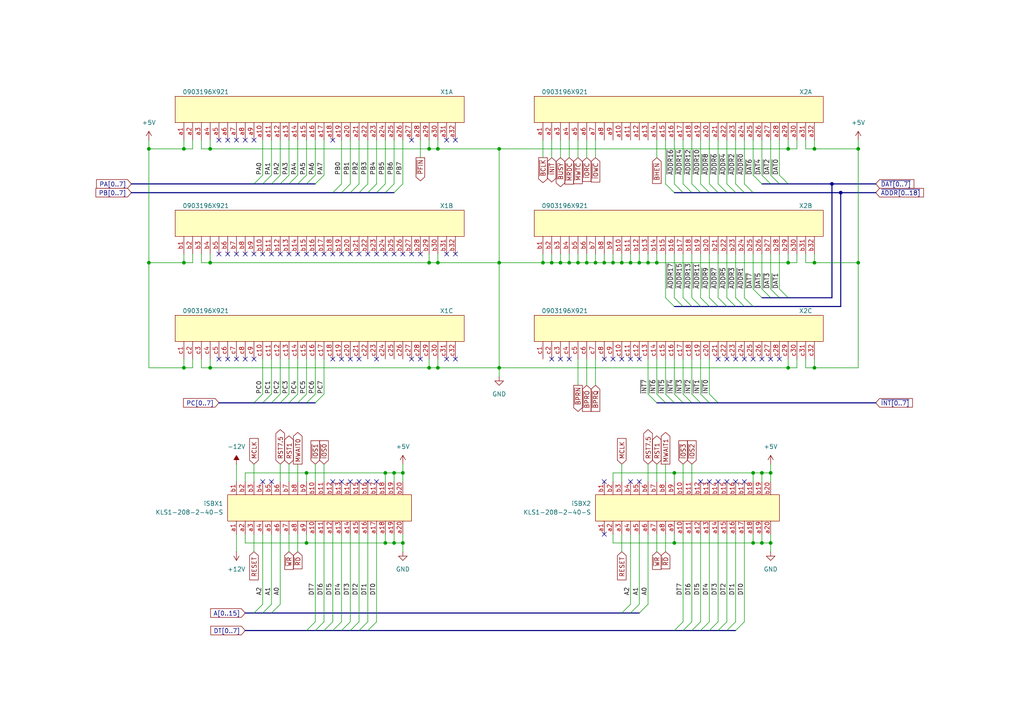
<source format=kicad_sch>
(kicad_sch (version 20250114) (generator "eeschema") (generator_version "9.0")
  (paper "A4")
  (title_block (title "Micro Processor Unit"))
  (lib_symbols
    (symbol "Georg:0903196X921" (pin_names (hide yes))
      (property "Reference" "J" (at 0.762 1.27 0))
      (property "Value" "0903196X921" (at 3.81 -85.09 0))
      (symbol "0903196X921_0_1"
        (rectangle (start 0 0) (end 7.62 -83.82) (fill (type background)))
      )
      (symbol "0903196X921_1_0"
        (pin passive line (at -5.08 -2.54 0) (length 5.08) (name "a1") (number "a1"))
        (pin passive line (at -5.08 -5.08 0) (length 5.08) (name "a2") (number "a2"))
        (pin passive line (at -5.08 -7.62 0) (length 5.08) (name "a3") (number "a3"))
        (pin passive line (at -5.08 -10.16 0) (length 5.08) (name "a4") (number "a4"))
        (pin passive line (at -5.08 -12.7 0) (length 5.08) (name "a5") (number "a5"))
        (pin passive line (at -5.08 -15.24 0) (length 5.08) (name "a6") (number "a6"))
        (pin passive line (at -5.08 -17.78 0) (length 5.08) (name "a7") (number "a7"))
        (pin passive line (at -5.08 -20.32 0) (length 5.08) (name "a8") (number "a8"))
        (pin passive line (at -5.08 -22.86 0) (length 5.08) (name "a9") (number "a9"))
        (pin passive line (at -5.08 -25.4 0) (length 5.08) (name "a10") (number "a10"))
        (pin passive line (at -5.08 -27.94 0) (length 5.08) (name "a11") (number "a11"))
        (pin passive line (at -5.08 -30.48 0) (length 5.08) (name "a12") (number "a12"))
        (pin passive line (at -5.08 -33.02 0) (length 5.08) (name "a13") (number "a13"))
        (pin passive line (at -5.08 -35.56 0) (length 5.08) (name "a14") (number "a14"))
        (pin passive line (at -5.08 -38.1 0) (length 5.08) (name "a15") (number "a15"))
        (pin passive line (at -5.08 -40.64 0) (length 5.08) (name "a16") (number "a16"))
        (pin passive line (at -5.08 -43.18 0) (length 5.08) (name "a17") (number "a17"))
        (pin passive line (at -5.08 -45.72 0) (length 5.08) (name "a18") (number "a18"))
        (pin passive line (at -5.08 -48.26 0) (length 5.08) (name "a19") (number "a19"))
        (pin passive line (at -5.08 -50.8 0) (length 5.08) (name "a20") (number "a20"))
        (pin passive line (at -5.08 -53.34 0) (length 5.08) (name "a21") (number "a21"))
        (pin passive line (at -5.08 -55.88 0) (length 5.08) (name "a22") (number "a22"))
        (pin passive line (at -5.08 -58.42 0) (length 5.08) (name "a23") (number "a23"))
        (pin passive line (at -5.08 -60.96 0) (length 5.08) (name "a24") (number "a24"))
        (pin passive line (at -5.08 -63.5 0) (length 5.08) (name "a25") (number "a25"))
        (pin passive line (at -5.08 -66.04 0) (length 5.08) (name "a26") (number "a26"))
        (pin passive line (at -5.08 -68.58 0) (length 5.08) (name "a27") (number "a27"))
        (pin passive line (at -5.08 -71.12 0) (length 5.08) (name "a28") (number "a28"))
        (pin passive line (at -5.08 -73.66 0) (length 5.08) (name "a29") (number "a29"))
        (pin passive line (at -5.08 -76.2 0) (length 5.08) (name "a30") (number "a30"))
        (pin passive line (at -5.08 -78.74 0) (length 5.08) (name "a31") (number "a31"))
        (pin passive line (at -5.08 -81.28 0) (length 5.08) (name "a32") (number "a32"))
      )
      (symbol "0903196X921_2_0"
        (pin passive line (at -5.08 -2.54 0) (length 5.08) (name "b1") (number "b1"))
        (pin passive line (at -5.08 -5.08 0) (length 5.08) (name "b2") (number "b2"))
        (pin passive line (at -5.08 -7.62 0) (length 5.08) (name "b3") (number "b3"))
        (pin passive line (at -5.08 -10.16 0) (length 5.08) (name "b4") (number "b4"))
        (pin passive line (at -5.08 -12.7 0) (length 5.08) (name "b5") (number "b5"))
        (pin passive line (at -5.08 -15.24 0) (length 5.08) (name "b6") (number "b6"))
        (pin passive line (at -5.08 -17.78 0) (length 5.08) (name "b7") (number "b7"))
        (pin passive line (at -5.08 -20.32 0) (length 5.08) (name "b8") (number "b8"))
        (pin passive line (at -5.08 -22.86 0) (length 5.08) (name "b9") (number "b9"))
        (pin passive line (at -5.08 -25.4 0) (length 5.08) (name "b10") (number "b10"))
        (pin passive line (at -5.08 -27.94 0) (length 5.08) (name "b11") (number "b11"))
        (pin passive line (at -5.08 -30.48 0) (length 5.08) (name "b12") (number "b12"))
        (pin passive line (at -5.08 -33.02 0) (length 5.08) (name "b13") (number "b13"))
        (pin passive line (at -5.08 -35.56 0) (length 5.08) (name "b14") (number "b14"))
        (pin passive line (at -5.08 -38.1 0) (length 5.08) (name "b15") (number "b15"))
        (pin passive line (at -5.08 -40.64 0) (length 5.08) (name "b16") (number "b16"))
        (pin passive line (at -5.08 -43.18 0) (length 5.08) (name "b17") (number "b17"))
        (pin passive line (at -5.08 -45.72 0) (length 5.08) (name "b18") (number "b18"))
        (pin passive line (at -5.08 -48.26 0) (length 5.08) (name "b19") (number "b19"))
        (pin passive line (at -5.08 -50.8 0) (length 5.08) (name "b20") (number "b20"))
        (pin passive line (at -5.08 -53.34 0) (length 5.08) (name "b21") (number "b21"))
        (pin passive line (at -5.08 -55.88 0) (length 5.08) (name "b22") (number "b22"))
        (pin passive line (at -5.08 -58.42 0) (length 5.08) (name "b23") (number "b23"))
        (pin passive line (at -5.08 -60.96 0) (length 5.08) (name "b24") (number "b24"))
        (pin passive line (at -5.08 -63.5 0) (length 5.08) (name "b25") (number "b25"))
        (pin passive line (at -5.08 -66.04 0) (length 5.08) (name "b26") (number "b26"))
        (pin passive line (at -5.08 -68.58 0) (length 5.08) (name "b26") (number "b27"))
        (pin passive line (at -5.08 -71.12 0) (length 5.08) (name "b28") (number "b28"))
        (pin passive line (at -5.08 -73.66 0) (length 5.08) (name "b29") (number "b29"))
        (pin passive line (at -5.08 -76.2 0) (length 5.08) (name "b30") (number "b30"))
        (pin passive line (at -5.08 -78.74 0) (length 5.08) (name "b31") (number "b31"))
        (pin passive line (at -5.08 -81.28 0) (length 5.08) (name "b32") (number "b32"))
      )
      (symbol "0903196X921_3_0"
        (pin passive line (at -5.08 -2.54 0) (length 5.08) (name "c1") (number "c1"))
        (pin passive line (at -5.08 -5.08 0) (length 5.08) (name "c2") (number "c2"))
        (pin passive line (at -5.08 -7.62 0) (length 5.08) (name "c3") (number "c3"))
        (pin passive line (at -5.08 -10.16 0) (length 5.08) (name "c4") (number "c4"))
        (pin passive line (at -5.08 -12.7 0) (length 5.08) (name "c5") (number "c5"))
        (pin passive line (at -5.08 -15.24 0) (length 5.08) (name "c6") (number "c6"))
        (pin passive line (at -5.08 -17.78 0) (length 5.08) (name "c7") (number "c7"))
        (pin passive line (at -5.08 -20.32 0) (length 5.08) (name "c8") (number "c8"))
        (pin passive line (at -5.08 -22.86 0) (length 5.08) (name "c9") (number "c9"))
        (pin passive line (at -5.08 -25.4 0) (length 5.08) (name "c10") (number "c10"))
        (pin passive line (at -5.08 -27.94 0) (length 5.08) (name "c11") (number "c11"))
        (pin passive line (at -5.08 -30.48 0) (length 5.08) (name "c12") (number "c12"))
        (pin passive line (at -5.08 -33.02 0) (length 5.08) (name "c13") (number "c13"))
        (pin passive line (at -5.08 -35.56 0) (length 5.08) (name "c14") (number "c14"))
        (pin passive line (at -5.08 -38.1 0) (length 5.08) (name "c15") (number "c15"))
        (pin passive line (at -5.08 -40.64 0) (length 5.08) (name "c16") (number "c16"))
        (pin passive line (at -5.08 -43.18 0) (length 5.08) (name "c17") (number "c17"))
        (pin passive line (at -5.08 -45.72 0) (length 5.08) (name "c18") (number "c18"))
        (pin passive line (at -5.08 -48.26 0) (length 5.08) (name "c19") (number "c19"))
        (pin passive line (at -5.08 -50.8 0) (length 5.08) (name "c20") (number "c20"))
        (pin passive line (at -5.08 -53.34 0) (length 5.08) (name "c21") (number "c21"))
        (pin passive line (at -5.08 -55.88 0) (length 5.08) (name "c22") (number "c22"))
        (pin passive line (at -5.08 -58.42 0) (length 5.08) (name "c23") (number "c23"))
        (pin passive line (at -5.08 -60.96 0) (length 5.08) (name "c24") (number "c24"))
        (pin passive line (at -5.08 -63.5 0) (length 5.08) (name "c25") (number "c25"))
        (pin passive line (at -5.08 -66.04 0) (length 5.08) (name "c26") (number "c26"))
        (pin passive line (at -5.08 -68.58 0) (length 5.08) (name "c27") (number "c27"))
        (pin passive line (at -5.08 -71.12 0) (length 5.08) (name "c28") (number "c28"))
        (pin passive line (at -5.08 -73.66 0) (length 5.08) (name "c29") (number "c29"))
        (pin passive line (at -5.08 -76.2 0) (length 5.08) (name "c30") (number "c30"))
        (pin passive line (at -5.08 -78.74 0) (length 5.08) (name "c31") (number "c31"))
        (pin passive line (at -5.08 -81.28 0) (length 5.08) (name "c32") (number "c32"))
      )
    )
    (symbol "Georg:KLS1-208-2-40-S"
      (property "Reference" "J" (at 0 3.81 0))
      (property "Value" "KLS1-208-2-40-S" (at 0 -52.07 0))
      (symbol "KLS1-208-2-40-S_0_0"
        (pin unspecified line (at -7.62 0 0) (length 3.81) (name "") (number "a1"))
        (pin unspecified line (at -7.62 -2.54 0) (length 3.81) (name "") (number "a2"))
        (pin unspecified line (at -7.62 -5.08 0) (length 3.81) (name "") (number "a3"))
        (pin unspecified line (at -7.62 -7.62 0) (length 3.81) (name "") (number "a4"))
        (pin unspecified line (at -7.62 -10.16 0) (length 3.81) (name "") (number "a5"))
        (pin unspecified line (at -7.62 -12.7 0) (length 3.81) (name "") (number "a6"))
        (pin unspecified line (at -7.62 -15.24 0) (length 3.81) (name "") (number "a7"))
        (pin unspecified line (at -7.62 -17.78 0) (length 3.81) (name "") (number "a8"))
        (pin unspecified line (at -7.62 -20.32 0) (length 3.81) (name "") (number "a9"))
        (pin unspecified line (at -7.62 -22.86 0) (length 3.81) (name "") (number "a10"))
        (pin unspecified line (at -7.62 -25.4 0) (length 3.81) (name "") (number "a11"))
        (pin unspecified line (at -7.62 -27.94 0) (length 3.81) (name "") (number "a12"))
        (pin unspecified line (at -7.62 -30.48 0) (length 3.81) (name "") (number "a13"))
        (pin unspecified line (at -7.62 -33.02 0) (length 3.81) (name "") (number "a14"))
        (pin unspecified line (at -7.62 -35.56 0) (length 3.81) (name "") (number "a15"))
        (pin unspecified line (at -7.62 -38.1 0) (length 3.81) (name "") (number "a16"))
        (pin unspecified line (at -7.62 -40.64 0) (length 3.81) (name "") (number "a17"))
        (pin unspecified line (at -7.62 -43.18 0) (length 3.81) (name "") (number "a18"))
        (pin unspecified line (at -7.62 -45.72 0) (length 3.81) (name "") (number "a19"))
        (pin unspecified line (at -7.62 -48.26 0) (length 3.81) (name "") (number "a20"))
        (pin unspecified line (at 7.62 0 180) (length 3.81) (name "") (number "b1"))
        (pin unspecified line (at 7.62 -2.54 180) (length 3.81) (name "") (number "b2"))
        (pin unspecified line (at 7.62 -5.08 180) (length 3.81) (name "") (number "b3"))
        (pin unspecified line (at 7.62 -7.62 180) (length 3.81) (name "") (number "b4"))
        (pin unspecified line (at 7.62 -10.16 180) (length 3.81) (name "") (number "b5"))
        (pin unspecified line (at 7.62 -12.7 180) (length 3.81) (name "") (number "b6"))
        (pin unspecified line (at 7.62 -15.24 180) (length 3.81) (name "") (number "b7"))
        (pin unspecified line (at 7.62 -17.78 180) (length 3.81) (name "") (number "b8"))
        (pin unspecified line (at 7.62 -20.32 180) (length 3.81) (name "") (number "b9"))
        (pin unspecified line (at 7.62 -22.86 180) (length 3.81) (name "") (number "b10"))
        (pin unspecified line (at 7.62 -25.4 180) (length 3.81) (name "") (number "b11"))
        (pin unspecified line (at 7.62 -27.94 180) (length 3.81) (name "") (number "b12"))
        (pin unspecified line (at 7.62 -30.48 180) (length 3.81) (name "") (number "b13"))
        (pin unspecified line (at 7.62 -33.02 180) (length 3.81) (name "") (number "b14"))
        (pin unspecified line (at 7.62 -35.56 180) (length 3.81) (name "") (number "b15"))
        (pin unspecified line (at 7.62 -38.1 180) (length 3.81) (name "") (number "b16"))
        (pin unspecified line (at 7.62 -40.64 180) (length 3.81) (name "") (number "b17"))
        (pin unspecified line (at 7.62 -43.18 180) (length 3.81) (name "") (number "b18"))
        (pin unspecified line (at 7.62 -45.72 180) (length 3.81) (name "") (number "b19"))
        (pin unspecified line (at 7.62 -48.26 180) (length 3.81) (name "") (number "b20"))
      )
      (symbol "KLS1-208-2-40-S_0_1"
        (rectangle (start -3.81 2.54) (end 3.81 -50.8) (fill (type background)))
      )
    )
    (symbol "power:+12V" (power) (pin_numbers (hide yes)) (pin_names (offset 0) (hide yes))
      (property "Value" "+12V" (at 0 3.556 0))
      (symbol "+12V_0_1"
        (polyline (pts (xy -0.762 1.27) (xy 0 2.54)))
        (polyline (pts (xy 0 2.54) (xy 0.762 1.27)))
        (polyline (pts (xy 0 0) (xy 0 2.54)))
      )
      (symbol "+12V_1_1"
        (pin power_in line (at 0 0 90) (length 0) (name "~") (number "1"))
      )
    )
    (symbol "power:+5V" (power) (pin_numbers (hide yes)) (pin_names (offset 0) (hide yes))
      (property "Value" "+5V" (at 0 3.556 0))
      (symbol "+5V_0_1"
        (polyline (pts (xy -0.762 1.27) (xy 0 2.54)))
        (polyline (pts (xy 0 2.54) (xy 0.762 1.27)))
        (polyline (pts (xy 0 0) (xy 0 2.54)))
      )
      (symbol "+5V_1_1"
        (pin power_in line (at 0 0 90) (length 0) (name "~") (number "1"))
      )
    )
    (symbol "power:-12V" (power) (pin_numbers (hide yes)) (pin_names (offset 0) (hide yes))
      (property "Value" "-12V" (at 0 3.556 0))
      (symbol "-12V_0_0"
        (pin power_in line (at 0 0 90) (length 0) (name "~") (number "1"))
      )
      (symbol "-12V_0_1"
        (polyline (pts (xy 0 0) (xy 0 1.27) (xy 0.762 1.27) (xy 0 2.54) (xy -0.762 1.27) (xy 0 1.27)) (fill (type outline)))
      )
    )
    (symbol "power:GND" (power) (pin_numbers (hide yes)) (pin_names (offset 0) (hide yes))
      (property "Value" "GND" (at 0 -3.81 0))
      (symbol "GND_0_1"
        (polyline (pts (xy 0 0) (xy 0 -1.27) (xy 1.27 -1.27) (xy 0 -2.54) (xy -1.27 -1.27) (xy 0 -1.27)))
      )
      (symbol "GND_1_1"
        (pin power_in line (at 0 0 270) (length 0) (name "~") (number "1"))
      )
    )
  )
  (junction (at 111.76 137.16))
  (junction (at 53.34 106.68))
  (junction (at 43.18 43.18))
  (junction (at 228.6 106.68))
  (junction (at 60.96 106.68))
  (junction (at 60.96 43.18))
  (junction (at 220.98 157.48))
  (junction (at 248.92 43.18))
  (junction (at 53.34 76.2))
  (junction (at 195.58 157.48))
  (junction (at 170.18 76.2))
  (junction (at 195.58 137.16))
  (junction (at 218.44 137.16))
  (junction (at 218.44 157.48))
  (junction (at 243.84 55.88))
  (junction (at 185.42 76.2))
  (junction (at 144.78 106.68))
  (junction (at 157.48 76.2))
  (junction (at 175.26 76.2))
  (junction (at 124.46 106.68))
  (junction (at 127 76.2))
  (junction (at 180.34 76.2))
  (junction (at 236.22 43.18))
  (junction (at 43.18 76.2))
  (junction (at 114.3 157.48))
  (junction (at 223.52 157.48))
  (junction (at 187.96 76.2))
  (junction (at 88.9 137.16))
  (junction (at 228.6 43.18))
  (junction (at 182.88 76.2))
  (junction (at 162.56 76.2))
  (junction (at 160.02 76.2))
  (junction (at 111.76 157.48))
  (junction (at 165.1 76.2))
  (junction (at 223.52 137.16))
  (junction (at 236.22 76.2))
  (junction (at 53.34 43.18))
  (junction (at 236.22 106.68))
  (junction (at 220.98 137.16))
  (junction (at 144.78 43.18))
  (junction (at 114.3 137.16))
  (junction (at 241.3 53.34))
  (junction (at 124.46 43.18))
  (junction (at 116.84 157.48))
  (junction (at 124.46 76.2))
  (junction (at 116.84 137.16))
  (junction (at 167.64 76.2))
  (junction (at 144.78 76.2))
  (junction (at 127 106.68))
  (junction (at 190.5 76.2))
  (junction (at 60.96 76.2))
  (junction (at 228.6 76.2))
  (junction (at 88.9 157.48))
  (junction (at 127 43.18))
  (junction (at 177.8 76.2))
  (junction (at 172.72 76.2))
  (junction (at 248.92 76.2))
  (no_connect (at 63.5 40.64))
  (no_connect (at 109.22 139.7))
  (no_connect (at 119.38 40.64))
  (no_connect (at 111.76 73.66))
  (no_connect (at 73.66 40.64))
  (no_connect (at 106.68 73.66))
  (no_connect (at 76.2 73.66))
  (no_connect (at 132.08 73.66))
  (no_connect (at 175.26 139.7))
  (no_connect (at 96.52 73.66))
  (no_connect (at 129.54 104.14))
  (no_connect (at 185.42 139.7))
  (no_connect (at 101.6 73.66))
  (no_connect (at 114.3 73.66))
  (no_connect (at 78.74 73.66))
  (no_connect (at 68.58 40.64))
  (no_connect (at 220.98 104.14))
  (no_connect (at 208.28 104.14))
  (no_connect (at 66.04 104.14))
  (no_connect (at 182.88 139.7))
  (no_connect (at 182.88 104.14))
  (no_connect (at 223.52 104.14))
  (no_connect (at 71.12 104.14))
  (no_connect (at 215.9 104.14))
  (no_connect (at 99.06 104.14))
  (no_connect (at 86.36 73.66))
  (no_connect (at 106.68 139.7))
  (no_connect (at 175.26 154.94))
  (no_connect (at 205.74 139.7))
  (no_connect (at 66.04 73.66))
  (no_connect (at 63.5 104.14))
  (no_connect (at 88.9 73.66))
  (no_connect (at 109.22 104.14))
  (no_connect (at 165.1 104.14))
  (no_connect (at 73.66 73.66))
  (no_connect (at 185.42 104.14))
  (no_connect (at 208.28 139.7))
  (no_connect (at 129.54 73.66))
  (no_connect (at 73.66 104.14))
  (no_connect (at 175.26 104.14))
  (no_connect (at 76.2 139.7))
  (no_connect (at 96.52 139.7))
  (no_connect (at 210.82 104.14))
  (no_connect (at 71.12 73.66))
  (no_connect (at 109.22 73.66))
  (no_connect (at 129.54 40.64))
  (no_connect (at 203.2 139.7))
  (no_connect (at 68.58 73.66))
  (no_connect (at 104.14 139.7))
  (no_connect (at 68.58 104.14))
  (no_connect (at 63.5 73.66))
  (no_connect (at 78.74 139.7))
  (no_connect (at 93.98 73.66))
  (no_connect (at 218.44 104.14))
  (no_connect (at 160.02 104.14))
  (no_connect (at 121.92 104.14))
  (no_connect (at 213.36 139.7))
  (no_connect (at 81.28 73.66))
  (no_connect (at 101.6 139.7))
  (no_connect (at 71.12 40.64))
  (no_connect (at 116.84 73.66))
  (no_connect (at 213.36 104.14))
  (no_connect (at 180.34 104.14))
  (no_connect (at 96.52 104.14))
  (no_connect (at 99.06 73.66))
  (no_connect (at 210.82 139.7))
  (no_connect (at 101.6 104.14))
  (no_connect (at 177.8 104.14))
  (no_connect (at 66.04 40.64))
  (no_connect (at 215.9 139.7))
  (no_connect (at 119.38 73.66))
  (no_connect (at 104.14 73.66))
  (no_connect (at 162.56 104.14))
  (no_connect (at 83.82 73.66))
  (no_connect (at 132.08 40.64))
  (no_connect (at 91.44 73.66))
  (no_connect (at 104.14 104.14))
  (no_connect (at 132.08 104.14))
  (no_connect (at 121.92 73.66))
  (no_connect (at 119.38 104.14))
  (no_connect (at 96.52 40.64))
  (no_connect (at 99.06 139.7))
  (no_connect (at 226.06 104.14))
  (bus_entry (at 104.14 182.88) (size 2.54 -2.54))
  (bus_entry (at 91.44 182.88) (size 2.54 -2.54))
  (bus_entry (at 193.04 53.34) (size 2.54 2.54))
  (bus_entry (at 208.28 53.34) (size 2.54 2.54))
  (bus_entry (at 210.82 182.88) (size 2.54 -2.54))
  (bus_entry (at 96.52 55.88) (size 2.54 -2.54))
  (bus_entry (at 76.2 177.8) (size 2.54 -2.54))
  (bus_entry (at 198.12 182.88) (size 2.54 -2.54))
  (bus_entry (at 91.44 116.84) (size 2.54 -2.54))
  (bus_entry (at 220.98 50.8) (size 2.54 2.54))
  (bus_entry (at 73.66 116.84) (size 2.54 -2.54))
  (bus_entry (at 200.66 182.88) (size 2.54 -2.54))
  (bus_entry (at 99.06 182.88) (size 2.54 -2.54))
  (bus_entry (at 185.42 177.8) (size 2.54 -2.54))
  (bus_entry (at 226.06 83.82) (size 2.54 2.54))
  (bus_entry (at 198.12 114.3) (size 2.54 2.54))
  (bus_entry (at 91.44 53.34) (size 2.54 -2.54))
  (bus_entry (at 213.36 182.88) (size 2.54 -2.54))
  (bus_entry (at 205.74 86.36) (size 2.54 2.54))
  (bus_entry (at 106.68 55.88) (size 2.54 -2.54))
  (bus_entry (at 88.9 116.84) (size 2.54 -2.54))
  (bus_entry (at 200.66 86.36) (size 2.54 2.54))
  (bus_entry (at 83.82 116.84) (size 2.54 -2.54))
  (bus_entry (at 210.82 86.36) (size 2.54 2.54))
  (bus_entry (at 208.28 182.88) (size 2.54 -2.54))
  (bus_entry (at 81.28 116.84) (size 2.54 -2.54))
  (bus_entry (at 210.82 53.34) (size 2.54 2.54))
  (bus_entry (at 198.12 53.34) (size 2.54 2.54))
  (bus_entry (at 223.52 83.82) (size 2.54 2.54))
  (bus_entry (at 180.34 177.8) (size 2.54 -2.54))
  (bus_entry (at 223.52 50.8) (size 2.54 2.54))
  (bus_entry (at 218.44 50.8) (size 2.54 2.54))
  (bus_entry (at 205.74 182.88) (size 2.54 -2.54))
  (bus_entry (at 93.98 182.88) (size 2.54 -2.54))
  (bus_entry (at 220.98 83.82) (size 2.54 2.54))
  (bus_entry (at 203.2 114.3) (size 2.54 2.54))
  (bus_entry (at 96.52 182.88) (size 2.54 -2.54))
  (bus_entry (at 86.36 116.84) (size 2.54 -2.54))
  (bus_entry (at 101.6 182.88) (size 2.54 -2.54))
  (bus_entry (at 193.04 86.36) (size 2.54 2.54))
  (bus_entry (at 203.2 86.36) (size 2.54 2.54))
  (bus_entry (at 83.82 53.34) (size 2.54 -2.54))
  (bus_entry (at 205.74 53.34) (size 2.54 2.54))
  (bus_entry (at 114.3 55.88) (size 2.54 -2.54))
  (bus_entry (at 213.36 86.36) (size 2.54 2.54))
  (bus_entry (at 218.44 83.82) (size 2.54 2.54))
  (bus_entry (at 195.58 86.36) (size 2.54 2.54))
  (bus_entry (at 73.66 177.8) (size 2.54 -2.54))
  (bus_entry (at 205.74 114.3) (size 2.54 2.54))
  (bus_entry (at 226.06 50.8) (size 2.54 2.54))
  (bus_entry (at 195.58 182.88) (size 2.54 -2.54))
  (bus_entry (at 200.66 53.34) (size 2.54 2.54))
  (bus_entry (at 208.28 86.36) (size 2.54 2.54))
  (bus_entry (at 190.5 114.3) (size 2.54 2.54))
  (bus_entry (at 203.2 53.34) (size 2.54 2.54))
  (bus_entry (at 101.6 55.88) (size 2.54 -2.54))
  (bus_entry (at 111.76 55.88) (size 2.54 -2.54))
  (bus_entry (at 193.04 114.3) (size 2.54 2.54))
  (bus_entry (at 213.36 53.34) (size 2.54 2.54))
  (bus_entry (at 215.9 53.34) (size 2.54 2.54))
  (bus_entry (at 73.66 53.34) (size 2.54 -2.54))
  (bus_entry (at 187.96 114.3) (size 2.54 2.54))
  (bus_entry (at 195.58 53.34) (size 2.54 2.54))
  (bus_entry (at 182.88 177.8) (size 2.54 -2.54))
  (bus_entry (at 88.9 182.88) (size 2.54 -2.54))
  (bus_entry (at 195.58 114.3) (size 2.54 2.54))
  (bus_entry (at 104.14 55.88) (size 2.54 -2.54))
  (bus_entry (at 78.74 177.8) (size 2.54 -2.54))
  (bus_entry (at 78.74 53.34) (size 2.54 -2.54))
  (bus_entry (at 109.22 55.88) (size 2.54 -2.54))
  (bus_entry (at 106.68 182.88) (size 2.54 -2.54))
  (bus_entry (at 86.36 53.34) (size 2.54 -2.54))
  (bus_entry (at 198.12 86.36) (size 2.54 2.54))
  (bus_entry (at 99.06 55.88) (size 2.54 -2.54))
  (bus_entry (at 200.66 114.3) (size 2.54 2.54))
  (bus_entry (at 81.28 53.34) (size 2.54 -2.54))
  (bus_entry (at 203.2 182.88) (size 2.54 -2.54))
  (bus_entry (at 215.9 86.36) (size 2.54 2.54))
  (bus_entry (at 88.9 53.34) (size 2.54 -2.54))
  (bus_entry (at 76.2 116.84) (size 2.54 -2.54))
  (bus_entry (at 78.74 116.84) (size 2.54 -2.54))
  (bus_entry (at 76.2 53.34) (size 2.54 -2.54))
  (wire (pts (xy 193.04 40.64) (xy 193.04 53.34)))
  (wire (pts (xy 177.8 76.2) (xy 180.34 76.2)))
  (wire (pts (xy 106.68 154.94) (xy 106.68 180.34)))
  (wire (pts (xy 170.18 76.2) (xy 170.18 73.66)))
  (wire (pts (xy 81.28 40.64) (xy 81.28 50.8)))
  (wire (pts (xy 124.46 76.2) (xy 127 76.2)))
  (bus (pts (xy 83.82 116.84) (xy 86.36 116.84)))
  (wire (pts (xy 223.52 157.48) (xy 220.98 157.48)))
  (wire (pts (xy 223.52 134.62) (xy 223.52 137.16)))
  (wire (pts (xy 53.34 76.2) (xy 53.34 73.66)))
  (wire (pts (xy 93.98 40.64) (xy 93.98 50.8)))
  (wire (pts (xy 228.6 104.14) (xy 228.6 106.68)))
  (bus (pts (xy 195.58 116.84) (xy 198.12 116.84)))
  (wire (pts (xy 160.02 76.2) (xy 162.56 76.2)))
  (wire (pts (xy 205.74 73.66) (xy 205.74 86.36)))
  (wire (pts (xy 210.82 73.66) (xy 210.82 86.36)))
  (bus (pts (xy 210.82 182.88) (xy 213.36 182.88)))
  (wire (pts (xy 88.9 157.48) (xy 71.12 157.48)))
  (wire (pts (xy 43.18 76.2) (xy 53.34 76.2)))
  (bus (pts (xy 78.74 177.8) (xy 180.34 177.8)))
  (wire (pts (xy 99.06 154.94) (xy 99.06 180.34)))
  (wire (pts (xy 111.76 154.94) (xy 111.76 157.48)))
  (wire (pts (xy 43.18 43.18) (xy 43.18 40.64)))
  (wire (pts (xy 193.04 104.14) (xy 193.04 114.3)))
  (wire (pts (xy 236.22 106.68) (xy 248.92 106.68)))
  (bus (pts (xy 83.82 53.34) (xy 86.36 53.34)))
  (wire (pts (xy 55.88 104.14) (xy 55.88 106.68)))
  (wire (pts (xy 218.44 137.16) (xy 195.58 137.16)))
  (wire (pts (xy 218.44 137.16) (xy 218.44 139.7)))
  (wire (pts (xy 203.2 104.14) (xy 203.2 114.3)))
  (wire (pts (xy 228.6 73.66) (xy 228.6 76.2)))
  (wire (pts (xy 220.98 40.64) (xy 220.98 50.8)))
  (bus (pts (xy 180.34 177.8) (xy 182.88 177.8)))
  (bus (pts (xy 86.36 116.84) (xy 88.9 116.84)))
  (wire (pts (xy 190.5 154.94) (xy 190.5 160.02)))
  (wire (pts (xy 190.5 76.2) (xy 228.6 76.2)))
  (wire (pts (xy 170.18 104.14) (xy 170.18 111.76)))
  (bus (pts (xy 99.06 55.88) (xy 101.6 55.88)))
  (bus (pts (xy 226.06 53.34) (xy 228.6 53.34)))
  (wire (pts (xy 236.22 76.2) (xy 248.92 76.2)))
  (wire (pts (xy 157.48 73.66) (xy 157.48 76.2)))
  (wire (pts (xy 88.9 40.64) (xy 88.9 50.8)))
  (wire (pts (xy 58.42 106.68) (xy 60.96 106.68)))
  (bus (pts (xy 73.66 53.34) (xy 76.2 53.34)))
  (bus (pts (xy 106.68 182.88) (xy 195.58 182.88)))
  (wire (pts (xy 157.48 40.64) (xy 157.48 45.72)))
  (bus (pts (xy 81.28 116.84) (xy 83.82 116.84)))
  (bus (pts (xy 109.22 55.88) (xy 111.76 55.88)))
  (bus (pts (xy 73.66 116.84) (xy 76.2 116.84)))
  (wire (pts (xy 71.12 157.48) (xy 71.12 154.94)))
  (wire (pts (xy 198.12 40.64) (xy 198.12 53.34)))
  (wire (pts (xy 157.48 76.2) (xy 160.02 76.2)))
  (wire (pts (xy 58.42 76.2) (xy 60.96 76.2)))
  (wire (pts (xy 248.92 76.2) (xy 248.92 43.18)))
  (wire (pts (xy 198.12 104.14) (xy 198.12 114.3)))
  (bus (pts (xy 228.6 53.34) (xy 241.3 53.34)))
  (wire (pts (xy 88.9 137.16) (xy 88.9 139.7)))
  (wire (pts (xy 160.02 76.2) (xy 160.02 73.66)))
  (wire (pts (xy 127 43.18) (xy 127 40.64)))
  (wire (pts (xy 104.14 154.94) (xy 104.14 180.34)))
  (wire (pts (xy 185.42 154.94) (xy 185.42 175.26)))
  (wire (pts (xy 127 106.68) (xy 127 104.14)))
  (wire (pts (xy 172.72 40.64) (xy 172.72 45.72)))
  (wire (pts (xy 180.34 76.2) (xy 182.88 76.2)))
  (bus (pts (xy 200.66 55.88) (xy 203.2 55.88)))
  (wire (pts (xy 167.64 40.64) (xy 167.64 45.72)))
  (wire (pts (xy 198.12 134.62) (xy 198.12 139.7)))
  (bus (pts (xy 200.66 116.84) (xy 203.2 116.84)))
  (wire (pts (xy 205.74 104.14) (xy 205.74 114.3)))
  (wire (pts (xy 76.2 104.14) (xy 76.2 114.3)))
  (wire (pts (xy 60.96 43.18) (xy 60.96 40.64)))
  (wire (pts (xy 228.6 43.18) (xy 231.14 43.18)))
  (wire (pts (xy 236.22 43.18) (xy 233.68 43.18)))
  (wire (pts (xy 223.52 73.66) (xy 223.52 83.82)))
  (wire (pts (xy 124.46 76.2) (xy 124.46 73.66)))
  (wire (pts (xy 43.18 106.68) (xy 53.34 106.68)))
  (bus (pts (xy 215.9 55.88) (xy 218.44 55.88)))
  (bus (pts (xy 198.12 116.84) (xy 200.66 116.84)))
  (wire (pts (xy 114.3 154.94) (xy 114.3 157.48)))
  (bus (pts (xy 91.44 182.88) (xy 93.98 182.88)))
  (wire (pts (xy 236.22 43.18) (xy 248.92 43.18)))
  (bus (pts (xy 223.52 86.36) (xy 226.06 86.36)))
  (wire (pts (xy 185.42 76.2) (xy 185.42 73.66)))
  (wire (pts (xy 187.96 154.94) (xy 187.96 175.26)))
  (wire (pts (xy 193.04 73.66) (xy 193.04 86.36)))
  (wire (pts (xy 99.06 40.64) (xy 99.06 53.34)))
  (wire (pts (xy 180.34 134.62) (xy 180.34 139.7)))
  (wire (pts (xy 165.1 40.64) (xy 165.1 45.72)))
  (wire (pts (xy 177.8 76.2) (xy 177.8 73.66)))
  (bus (pts (xy 243.84 55.88) (xy 243.84 88.9)))
  (wire (pts (xy 58.42 40.64) (xy 58.42 43.18)))
  (bus (pts (xy 195.58 88.9) (xy 198.12 88.9)))
  (bus (pts (xy 218.44 55.88) (xy 243.84 55.88)))
  (wire (pts (xy 203.2 40.64) (xy 203.2 53.34)))
  (wire (pts (xy 116.84 40.64) (xy 116.84 53.34)))
  (wire (pts (xy 208.28 73.66) (xy 208.28 86.36)))
  (wire (pts (xy 162.56 40.64) (xy 162.56 45.72)))
  (wire (pts (xy 185.42 76.2) (xy 187.96 76.2)))
  (wire (pts (xy 193.04 154.94) (xy 193.04 160.02)))
  (wire (pts (xy 53.34 43.18) (xy 53.34 40.64)))
  (wire (pts (xy 116.84 137.16) (xy 116.84 139.7)))
  (wire (pts (xy 58.42 106.68) (xy 58.42 104.14)))
  (wire (pts (xy 124.46 43.18) (xy 127 43.18)))
  (wire (pts (xy 213.36 73.66) (xy 213.36 86.36)))
  (bus (pts (xy 38.1 55.88) (xy 96.52 55.88)))
  (wire (pts (xy 86.36 40.64) (xy 86.36 50.8)))
  (wire (pts (xy 83.82 40.64) (xy 83.82 50.8)))
  (wire (pts (xy 220.98 157.48) (xy 218.44 157.48)))
  (wire (pts (xy 200.66 73.66) (xy 200.66 86.36)))
  (wire (pts (xy 228.6 40.64) (xy 228.6 43.18)))
  (bus (pts (xy 243.84 55.88) (xy 254 55.88)))
  (bus (pts (xy 71.12 177.8) (xy 73.66 177.8)))
  (wire (pts (xy 91.44 154.94) (xy 91.44 180.34)))
  (wire (pts (xy 127 76.2) (xy 144.78 76.2)))
  (wire (pts (xy 203.2 73.66) (xy 203.2 86.36)))
  (bus (pts (xy 205.74 88.9) (xy 208.28 88.9)))
  (bus (pts (xy 203.2 182.88) (xy 205.74 182.88)))
  (wire (pts (xy 190.5 134.62) (xy 190.5 139.7)))
  (wire (pts (xy 88.9 154.94) (xy 88.9 157.48)))
  (wire (pts (xy 215.9 73.66) (xy 215.9 86.36)))
  (wire (pts (xy 91.44 104.14) (xy 91.44 114.3)))
  (bus (pts (xy 88.9 116.84) (xy 91.44 116.84)))
  (wire (pts (xy 195.58 154.94) (xy 195.58 157.48)))
  (wire (pts (xy 236.22 40.64) (xy 236.22 43.18)))
  (wire (pts (xy 226.06 73.66) (xy 226.06 83.82)))
  (bus (pts (xy 104.14 182.88) (xy 106.68 182.88)))
  (wire (pts (xy 114.3 137.16) (xy 114.3 139.7)))
  (bus (pts (xy 210.82 55.88) (xy 213.36 55.88)))
  (wire (pts (xy 220.98 137.16) (xy 218.44 137.16)))
  (wire (pts (xy 248.92 43.18) (xy 248.92 40.64)))
  (bus (pts (xy 241.3 53.34) (xy 254 53.34)))
  (wire (pts (xy 187.96 76.2) (xy 187.96 73.66)))
  (wire (pts (xy 187.96 134.62) (xy 187.96 139.7)))
  (wire (pts (xy 226.06 40.64) (xy 226.06 50.8)))
  (wire (pts (xy 144.78 43.18) (xy 228.6 43.18)))
  (bus (pts (xy 208.28 182.88) (xy 210.82 182.88)))
  (wire (pts (xy 43.18 76.2) (xy 43.18 43.18)))
  (bus (pts (xy 205.74 116.84) (xy 208.28 116.84)))
  (wire (pts (xy 190.5 40.64) (xy 190.5 45.72)))
  (wire (pts (xy 167.64 104.14) (xy 167.64 111.76)))
  (bus (pts (xy 193.04 116.84) (xy 195.58 116.84)))
  (wire (pts (xy 111.76 137.16) (xy 111.76 139.7)))
  (wire (pts (xy 228.6 106.68) (xy 231.14 106.68)))
  (wire (pts (xy 144.78 106.68) (xy 228.6 106.68)))
  (bus (pts (xy 88.9 182.88) (xy 91.44 182.88)))
  (wire (pts (xy 78.74 40.64) (xy 78.74 50.8)))
  (wire (pts (xy 190.5 76.2) (xy 190.5 73.66)))
  (bus (pts (xy 213.36 55.88) (xy 215.9 55.88)))
  (bus (pts (xy 195.58 55.88) (xy 198.12 55.88)))
  (bus (pts (xy 223.52 53.34) (xy 226.06 53.34)))
  (wire (pts (xy 162.56 76.2) (xy 165.1 76.2)))
  (wire (pts (xy 43.18 43.18) (xy 53.34 43.18)))
  (bus (pts (xy 200.66 88.9) (xy 203.2 88.9)))
  (wire (pts (xy 205.74 40.64) (xy 205.74 53.34)))
  (wire (pts (xy 231.14 76.2) (xy 231.14 73.66)))
  (bus (pts (xy 73.66 177.8) (xy 76.2 177.8)))
  (wire (pts (xy 213.36 40.64) (xy 213.36 53.34)))
  (bus (pts (xy 215.9 88.9) (xy 218.44 88.9)))
  (wire (pts (xy 127 76.2) (xy 127 73.66)))
  (bus (pts (xy 203.2 116.84) (xy 205.74 116.84)))
  (wire (pts (xy 213.36 154.94) (xy 213.36 180.34)))
  (wire (pts (xy 172.72 76.2) (xy 175.26 76.2)))
  (wire (pts (xy 218.44 73.66) (xy 218.44 83.82)))
  (wire (pts (xy 111.76 157.48) (xy 88.9 157.48)))
  (wire (pts (xy 101.6 154.94) (xy 101.6 180.34)))
  (wire (pts (xy 88.9 104.14) (xy 88.9 114.3)))
  (wire (pts (xy 195.58 137.16) (xy 195.58 139.7)))
  (wire (pts (xy 121.92 40.64) (xy 121.92 45.72)))
  (wire (pts (xy 208.28 40.64) (xy 208.28 53.34)))
  (wire (pts (xy 175.26 76.2) (xy 175.26 73.66)))
  (wire (pts (xy 170.18 76.2) (xy 172.72 76.2)))
  (wire (pts (xy 60.96 43.18) (xy 124.46 43.18)))
  (bus (pts (xy 76.2 177.8) (xy 78.74 177.8)))
  (wire (pts (xy 71.12 137.16) (xy 71.12 139.7)))
  (wire (pts (xy 53.34 106.68) (xy 53.34 104.14)))
  (wire (pts (xy 165.1 76.2) (xy 165.1 73.66)))
  (wire (pts (xy 223.52 157.48) (xy 223.52 160.02)))
  (wire (pts (xy 208.28 154.94) (xy 208.28 180.34)))
  (wire (pts (xy 114.3 40.64) (xy 114.3 53.34)))
  (bus (pts (xy 203.2 55.88) (xy 205.74 55.88)))
  (wire (pts (xy 172.72 104.14) (xy 172.72 111.76)))
  (bus (pts (xy 96.52 182.88) (xy 99.06 182.88)))
  (wire (pts (xy 210.82 154.94) (xy 210.82 180.34)))
  (wire (pts (xy 116.84 157.48) (xy 116.84 160.02)))
  (wire (pts (xy 88.9 137.16) (xy 71.12 137.16)))
  (wire (pts (xy 60.96 106.68) (xy 124.46 106.68)))
  (wire (pts (xy 96.52 154.94) (xy 96.52 180.34)))
  (bus (pts (xy 96.52 55.88) (xy 99.06 55.88)))
  (wire (pts (xy 210.82 40.64) (xy 210.82 53.34)))
  (wire (pts (xy 198.12 73.66) (xy 198.12 86.36)))
  (bus (pts (xy 63.5 116.84) (xy 73.66 116.84)))
  (bus (pts (xy 226.06 86.36) (xy 228.6 86.36)))
  (bus (pts (xy 86.36 53.34) (xy 88.9 53.34)))
  (wire (pts (xy 104.14 40.64) (xy 104.14 53.34)))
  (wire (pts (xy 106.68 40.64) (xy 106.68 53.34)))
  (bus (pts (xy 104.14 55.88) (xy 106.68 55.88)))
  (wire (pts (xy 220.98 73.66) (xy 220.98 83.82)))
  (wire (pts (xy 200.66 40.64) (xy 200.66 53.34)))
  (wire (pts (xy 73.66 154.94) (xy 73.66 160.02)))
  (wire (pts (xy 93.98 154.94) (xy 93.98 180.34)))
  (bus (pts (xy 210.82 88.9) (xy 213.36 88.9)))
  (wire (pts (xy 114.3 157.48) (xy 111.76 157.48)))
  (wire (pts (xy 218.44 154.94) (xy 218.44 157.48)))
  (wire (pts (xy 58.42 43.18) (xy 60.96 43.18)))
  (bus (pts (xy 228.6 86.36) (xy 241.3 86.36)))
  (wire (pts (xy 127 43.18) (xy 144.78 43.18)))
  (wire (pts (xy 180.34 154.94) (xy 180.34 160.02)))
  (wire (pts (xy 195.58 104.14) (xy 195.58 114.3)))
  (wire (pts (xy 195.58 40.64) (xy 195.58 53.34)))
  (bus (pts (xy 208.28 88.9) (xy 210.82 88.9)))
  (wire (pts (xy 76.2 154.94) (xy 76.2 175.26)))
  (bus (pts (xy 213.36 88.9) (xy 215.9 88.9)))
  (bus (pts (xy 198.12 55.88) (xy 200.66 55.88)))
  (wire (pts (xy 83.82 154.94) (xy 83.82 160.02)))
  (bus (pts (xy 208.28 55.88) (xy 210.82 55.88)))
  (wire (pts (xy 91.44 134.62) (xy 91.44 139.7)))
  (wire (pts (xy 144.78 106.68) (xy 144.78 109.22)))
  (wire (pts (xy 193.04 134.62) (xy 193.04 139.7)))
  (wire (pts (xy 223.52 154.94) (xy 223.52 157.48)))
  (bus (pts (xy 182.88 177.8) (xy 185.42 177.8)))
  (wire (pts (xy 144.78 76.2) (xy 157.48 76.2)))
  (wire (pts (xy 165.1 76.2) (xy 167.64 76.2)))
  (wire (pts (xy 172.72 76.2) (xy 172.72 73.66)))
  (wire (pts (xy 58.42 73.66) (xy 58.42 76.2)))
  (wire (pts (xy 43.18 106.68) (xy 43.18 76.2)))
  (wire (pts (xy 203.2 154.94) (xy 203.2 180.34)))
  (wire (pts (xy 109.22 40.64) (xy 109.22 53.34)))
  (wire (pts (xy 55.88 73.66) (xy 55.88 76.2)))
  (bus (pts (xy 203.2 88.9) (xy 205.74 88.9)))
  (bus (pts (xy 99.06 182.88) (xy 101.6 182.88)))
  (wire (pts (xy 68.58 134.62) (xy 68.58 139.7)))
  (wire (pts (xy 187.96 76.2) (xy 190.5 76.2)))
  (bus (pts (xy 205.74 182.88) (xy 208.28 182.88)))
  (wire (pts (xy 177.8 137.16) (xy 177.8 139.7)))
  (wire (pts (xy 200.66 134.62) (xy 200.66 139.7)))
  (bus (pts (xy 241.3 53.34) (xy 241.3 86.36)))
  (wire (pts (xy 215.9 40.64) (xy 215.9 53.34)))
  (bus (pts (xy 190.5 116.84) (xy 193.04 116.84)))
  (wire (pts (xy 218.44 157.48) (xy 195.58 157.48)))
  (wire (pts (xy 93.98 104.14) (xy 93.98 114.3)))
  (wire (pts (xy 231.14 104.14) (xy 231.14 106.68)))
  (wire (pts (xy 60.96 76.2) (xy 124.46 76.2)))
  (wire (pts (xy 228.6 76.2) (xy 231.14 76.2)))
  (bus (pts (xy 88.9 53.34) (xy 91.44 53.34)))
  (wire (pts (xy 73.66 134.62) (xy 73.66 139.7)))
  (bus (pts (xy 205.74 55.88) (xy 208.28 55.88)))
  (wire (pts (xy 231.14 43.18) (xy 231.14 40.64)))
  (wire (pts (xy 233.68 104.14) (xy 233.68 106.68)))
  (wire (pts (xy 187.96 104.14) (xy 187.96 114.3)))
  (wire (pts (xy 200.66 154.94) (xy 200.66 180.34)))
  (wire (pts (xy 124.46 43.18) (xy 124.46 40.64)))
  (wire (pts (xy 114.3 137.16) (xy 111.76 137.16)))
  (bus (pts (xy 76.2 53.34) (xy 78.74 53.34)))
  (wire (pts (xy 248.92 76.2) (xy 248.92 106.68)))
  (wire (pts (xy 167.64 76.2) (xy 170.18 76.2)))
  (bus (pts (xy 38.1 53.34) (xy 73.66 53.34)))
  (wire (pts (xy 55.88 106.68) (xy 53.34 106.68)))
  (wire (pts (xy 144.78 76.2) (xy 144.78 106.68)))
  (wire (pts (xy 116.84 157.48) (xy 114.3 157.48)))
  (wire (pts (xy 195.58 137.16) (xy 177.8 137.16)))
  (wire (pts (xy 83.82 104.14) (xy 83.82 114.3)))
  (bus (pts (xy 208.28 116.84) (xy 254 116.84)))
  (wire (pts (xy 81.28 104.14) (xy 81.28 114.3)))
  (wire (pts (xy 233.68 106.68) (xy 236.22 106.68)))
  (bus (pts (xy 106.68 55.88) (xy 109.22 55.88)))
  (wire (pts (xy 127 106.68) (xy 144.78 106.68)))
  (wire (pts (xy 223.52 137.16) (xy 220.98 137.16)))
  (wire (pts (xy 55.88 43.18) (xy 53.34 43.18)))
  (wire (pts (xy 195.58 73.66) (xy 195.58 86.36)))
  (bus (pts (xy 101.6 182.88) (xy 104.14 182.88)))
  (bus (pts (xy 93.98 182.88) (xy 96.52 182.88)))
  (wire (pts (xy 220.98 154.94) (xy 220.98 157.48)))
  (wire (pts (xy 182.88 154.94) (xy 182.88 175.26)))
  (wire (pts (xy 220.98 137.16) (xy 220.98 139.7)))
  (wire (pts (xy 162.56 76.2) (xy 162.56 73.66)))
  (bus (pts (xy 111.76 55.88) (xy 114.3 55.88)))
  (wire (pts (xy 167.64 76.2) (xy 167.64 73.66)))
  (wire (pts (xy 218.44 40.64) (xy 218.44 50.8)))
  (bus (pts (xy 198.12 182.88) (xy 200.66 182.88)))
  (bus (pts (xy 200.66 182.88) (xy 203.2 182.88)))
  (wire (pts (xy 236.22 76.2) (xy 233.68 76.2)))
  (wire (pts (xy 91.44 40.64) (xy 91.44 50.8)))
  (wire (pts (xy 68.58 154.94) (xy 68.58 160.02)))
  (wire (pts (xy 124.46 106.68) (xy 127 106.68)))
  (wire (pts (xy 81.28 154.94) (xy 81.28 175.26)))
  (bus (pts (xy 198.12 88.9) (xy 200.66 88.9)))
  (wire (pts (xy 182.88 76.2) (xy 182.88 73.66)))
  (bus (pts (xy 78.74 53.34) (xy 81.28 53.34)))
  (wire (pts (xy 170.18 40.64) (xy 170.18 45.72)))
  (wire (pts (xy 233.68 40.64) (xy 233.68 43.18)))
  (wire (pts (xy 195.58 157.48) (xy 177.8 157.48)))
  (wire (pts (xy 116.84 154.94) (xy 116.84 157.48)))
  (wire (pts (xy 109.22 154.94) (xy 109.22 180.34)))
  (bus (pts (xy 71.12 182.88) (xy 88.9 182.88)))
  (bus (pts (xy 218.44 88.9) (xy 243.84 88.9)))
  (wire (pts (xy 111.76 40.64) (xy 111.76 53.34)))
  (wire (pts (xy 116.84 137.16) (xy 114.3 137.16)))
  (bus (pts (xy 76.2 116.84) (xy 78.74 116.84)))
  (wire (pts (xy 78.74 104.14) (xy 78.74 114.3)))
  (wire (pts (xy 223.52 40.64) (xy 223.52 50.8)))
  (wire (pts (xy 60.96 76.2) (xy 60.96 73.66)))
  (wire (pts (xy 76.2 40.64) (xy 76.2 50.8)))
  (wire (pts (xy 236.22 106.68) (xy 236.22 104.14)))
  (wire (pts (xy 86.36 104.14) (xy 86.36 114.3)))
  (bus (pts (xy 81.28 53.34) (xy 83.82 53.34)))
  (wire (pts (xy 177.8 157.48) (xy 177.8 154.94)))
  (wire (pts (xy 124.46 106.68) (xy 124.46 104.14)))
  (wire (pts (xy 78.74 154.94) (xy 78.74 175.26)))
  (wire (pts (xy 101.6 40.64) (xy 101.6 53.34)))
  (bus (pts (xy 101.6 55.88) (xy 104.14 55.88)))
  (wire (pts (xy 182.88 76.2) (xy 185.42 76.2)))
  (wire (pts (xy 233.68 76.2) (xy 233.68 73.66)))
  (bus (pts (xy 78.74 116.84) (xy 81.28 116.84)))
  (bus (pts (xy 220.98 86.36) (xy 223.52 86.36)))
  (bus (pts (xy 220.98 53.34) (xy 223.52 53.34)))
  (wire (pts (xy 86.36 154.94) (xy 86.36 160.02)))
  (wire (pts (xy 198.12 154.94) (xy 198.12 180.34)))
  (wire (pts (xy 55.88 40.64) (xy 55.88 43.18)))
  (wire (pts (xy 205.74 154.94) (xy 205.74 180.34)))
  (wire (pts (xy 160.02 40.64) (xy 160.02 45.72)))
  (wire (pts (xy 200.66 104.14) (xy 200.66 114.3)))
  (wire (pts (xy 144.78 43.18) (xy 144.78 76.2)))
  (wire (pts (xy 83.82 134.62) (xy 83.82 139.7)))
  (wire (pts (xy 60.96 106.68) (xy 60.96 104.14)))
  (wire (pts (xy 81.28 134.62) (xy 81.28 139.7)))
  (wire (pts (xy 111.76 137.16) (xy 88.9 137.16)))
  (wire (pts (xy 55.88 76.2) (xy 53.34 76.2)))
  (wire (pts (xy 86.36 134.62) (xy 86.36 139.7)))
  (wire (pts (xy 236.22 73.66) (xy 236.22 76.2)))
  (wire (pts (xy 175.26 76.2) (xy 177.8 76.2)))
  (wire (pts (xy 93.98 134.62) (xy 93.98 139.7)))
  (wire (pts (xy 215.9 154.94) (xy 215.9 180.34)))
  (wire (pts (xy 180.34 76.2) (xy 180.34 73.66)))
  (wire (pts (xy 116.84 134.62) (xy 116.84 137.16)))
  (bus (pts (xy 195.58 182.88) (xy 198.12 182.88)))
  (wire (pts (xy 190.5 104.14) (xy 190.5 114.3)))
  (wire (pts (xy 223.52 137.16) (xy 223.52 139.7)))
  (label "PC0" (at 76.2 114.3 90))
  (label "PB6" (at 114.3 50.8 90))
  (label "~{DAT6}" (at 218.44 50.8 90))
  (label "PB3" (at 106.68 50.8 90))
  (label "PB2" (at 104.14 50.8 90))
  (label "~{DAT1}" (at 226.06 83.82 90))
  (label "~{DAT0}" (at 226.06 50.8 90))
  (label "PB0" (at 99.06 50.8 90))
  (label "~{ADDR17}" (at 195.58 83.82 90))
  (label "DT3" (at 208.28 172.72 90))
  (label "PC2" (at 81.28 114.3 90))
  (label "~{ADDR8}" (at 205.74 50.8 90))
  (label "PA4" (at 86.36 50.8 90))
  (label "~{ADDR2}" (at 213.36 50.8 90))
  (label "~{ADDR9}" (at 205.74 83.82 90))
  (label "DT0" (at 109.22 172.72 90))
  (label "~{INT4}" (at 195.58 114.3 90))
  (label "DT4" (at 99.06 172.72 90))
  (label "~{ADDR5}" (at 210.82 83.82 90))
  (label "DT2" (at 210.82 172.72 90))
  (label "~{INT0}" (at 205.74 114.3 90))
  (label "PB4" (at 109.22 50.8 90))
  (label "~{DAT5}" (at 220.98 83.82 90))
  (label "PA0" (at 76.2 50.8 90))
  (label "~{ADDR6}" (at 208.28 50.8 90))
  (label "~{ADDR7}" (at 208.28 83.82 90))
  (label "DT1" (at 213.36 172.72 90))
  (label "~{ADDR15}" (at 198.12 83.82 90))
  (label "~{ADDR3}" (at 213.36 83.82 90))
  (label "PA5" (at 88.9 50.8 90))
  (label "~{ADDR16}" (at 195.58 50.8 90))
  (label "DT5" (at 96.52 172.72 90))
  (label "PA6" (at 91.44 50.8 90))
  (label "PC1" (at 78.74 114.3 90))
  (label "~{DAT4}" (at 220.98 50.8 90))
  (label "A2" (at 76.2 172.72 90))
  (label "DT0" (at 215.9 172.72 90))
  (label "~{DAT3}" (at 223.52 83.82 90))
  (label "PB7" (at 116.84 50.8 90))
  (label "DT6" (at 93.98 172.72 90))
  (label "PB5" (at 111.76 50.8 90))
  (label "~{DAT2}" (at 223.52 50.8 90))
  (label "DT7" (at 198.12 172.72 90))
  (label "A1" (at 185.42 172.72 90))
  (label "~{ADDR1}" (at 215.9 83.82 90))
  (label "~{ADDR4}" (at 210.82 50.8 90))
  (label "DT3" (at 101.6 172.72 90))
  (label "A0" (at 81.28 172.72 90))
  (label "~{DAT7}" (at 218.44 83.82 90))
  (label "PC3" (at 83.82 114.3 90))
  (label "PA1" (at 78.74 50.8 90))
  (label "~{ADDR12}" (at 200.66 50.8 90))
  (label "~{INT1}" (at 203.2 114.3 90))
  (label "~{INT5}" (at 193.04 114.3 90))
  (label "~{ADDR11}" (at 203.2 83.82 90))
  (label "DT5" (at 203.2 172.72 90))
  (label "DT6" (at 200.66 172.72 90))
  (label "~{ADDR10}" (at 203.2 50.8 90))
  (label "A0" (at 187.96 172.72 90))
  (label "PC4" (at 86.36 114.3 90))
  (label "~{INT2}" (at 200.66 114.3 90))
  (label "~{INT6}" (at 190.5 114.3 90))
  (label "PB1" (at 101.6 50.8 90))
  (label "A1" (at 78.74 172.72 90))
  (label "~{ADDR0}" (at 215.9 50.8 90))
  (label "DT1" (at 106.68 172.72 90))
  (label "~{INT3}" (at 198.12 114.3 90))
  (label "PA7" (at 93.98 50.8 90))
  (label "~{INT7}" (at 187.96 114.3 90))
  (label "A2" (at 182.88 172.72 90))
  (label "DT4" (at 205.74 172.72 90))
  (label "PA2" (at 81.28 50.8 90))
  (label "PC7" (at 93.98 114.3 90))
  (label "~{ADDR13}" (at 200.66 83.82 90))
  (label "PC5" (at 88.9 114.3 90))
  (label "DT2" (at 104.14 172.72 90))
  (label "PA3" (at 83.82 50.8 90))
  (label "DT7" (at 91.44 172.72 90))
  (label "~{ADDR14}" (at 198.12 50.8 90))
  (label "PC6" (at 91.44 114.3 90))
  (global_label "~{IOS2}" (shape input) (at 200.66 134.62 90) (property "Intersheetrefs" "${INTERSHEET_REFS}" (effects (hide yes))))
  (global_label "~{BPRN}" (shape output) (at 167.64 111.76 270) (property "Intersheetrefs" "${INTERSHEET_REFS}" (effects (hide yes))))
  (global_label "~{RD}" (shape input) (at 86.36 160.02 270) (property "Intersheetrefs" "${INTERSHEET_REFS}" (effects (hide yes))))
  (global_label "~{BUSY}" (shape bidirectional) (at 162.56 45.72 270) (property "Intersheetrefs" "${INTERSHEET_REFS}" (effects (hide yes))))
  (global_label "RST7.5" (shape bidirectional) (at 81.28 134.62 90) (property "Intersheetrefs" "${INTERSHEET_REFS}" (effects (hide yes))))
  (global_label "MWAIT0" (shape output) (at 86.36 134.62 90) (property "Intersheetrefs" "${INTERSHEET_REFS}" (effects (hide yes))))
  (global_label "MWAIT1" (shape output) (at 193.04 134.62 90) (property "Intersheetrefs" "${INTERSHEET_REFS}" (effects (hide yes))))
  (global_label "~{BHEN}" (shape input) (at 190.5 45.72 270) (property "Intersheetrefs" "${INTERSHEET_REFS}" (effects (hide yes))))
  (global_label "~{INIT}" (shape bidirectional) (at 160.02 45.72 270) (property "Intersheetrefs" "${INTERSHEET_REFS}" (effects (hide yes))))
  (global_label "PC[0..7]" (shape input) (at 63.5 116.84 180) (property "Intersheetrefs" "${INTERSHEET_REFS}" (effects (hide yes))))
  (global_label "~{WR}" (shape input) (at 190.5 160.02 270) (property "Intersheetrefs" "${INTERSHEET_REFS}" (effects (hide yes))))
  (global_label "MCLK" (shape input) (at 180.34 134.62 90) (property "Intersheetrefs" "${INTERSHEET_REFS}" (effects (hide yes))))
  (global_label "RESET" (shape input) (at 180.34 160.02 270) (property "Intersheetrefs" "${INTERSHEET_REFS}" (effects (hide yes))))
  (global_label "DT[0..7]" (shape input) (at 71.12 182.88 180) (property "Intersheetrefs" "${INTERSHEET_REFS}" (effects (hide yes))))
  (global_label "~{IOS3}" (shape input) (at 198.12 134.62 90) (property "Intersheetrefs" "${INTERSHEET_REFS}" (effects (hide yes))))
  (global_label "~{IOS0}" (shape input) (at 93.98 134.62 90) (property "Intersheetrefs" "${INTERSHEET_REFS}" (effects (hide yes))))
  (global_label "~{BPRO}" (shape input) (at 170.18 111.76 270) (property "Intersheetrefs" "${INTERSHEET_REFS}" (effects (hide yes))))
  (global_label "~{MRDC}" (shape input) (at 165.1 45.72 270) (property "Intersheetrefs" "${INTERSHEET_REFS}" (effects (hide yes))))
  (global_label "~{BCLK}" (shape output) (at 157.48 45.72 270) (property "Intersheetrefs" "${INTERSHEET_REFS}" (effects (hide yes))))
  (global_label "A[0..15]" (shape input) (at 71.12 177.8 180) (property "Intersheetrefs" "${INTERSHEET_REFS}" (effects (hide yes))))
  (global_label "~{MWTC}" (shape input) (at 167.64 45.72 270) (property "Intersheetrefs" "${INTERSHEET_REFS}" (effects (hide yes))))
  (global_label "RESET" (shape input) (at 73.66 160.02 270) (property "Intersheetrefs" "${INTERSHEET_REFS}" (effects (hide yes))))
  (global_label "~{IOWC}" (shape input) (at 172.72 45.72 270) (property "Intersheetrefs" "${INTERSHEET_REFS}" (effects (hide yes))))
  (global_label "~{PFIN}" (shape output) (at 121.92 45.72 270) (property "Intersheetrefs" "${INTERSHEET_REFS}" (effects (hide yes))))
  (global_label "~{ADDR[0..18]}" (shape input) (at 254 55.88 0) (property "Intersheetrefs" "${INTERSHEET_REFS}" (effects (hide yes))))
  (global_label "~{INT[0..7]}" (shape input) (at 254 116.84 0) (property "Intersheetrefs" "${INTERSHEET_REFS}" (effects (hide yes))))
  (global_label "PA[0..7]" (shape input) (at 38.1 53.34 180) (property "Intersheetrefs" "${INTERSHEET_REFS}" (effects (hide yes))))
  (global_label "RST1" (shape bidirectional) (at 190.5 134.62 90) (property "Intersheetrefs" "${INTERSHEET_REFS}" (effects (hide yes))))
  (global_label "PB[0..7]" (shape input) (at 38.1 55.88 180) (property "Intersheetrefs" "${INTERSHEET_REFS}" (effects (hide yes))))
  (global_label "RST1" (shape bidirectional) (at 83.82 134.62 90) (property "Intersheetrefs" "${INTERSHEET_REFS}" (effects (hide yes))))
  (global_label "RST7.5" (shape bidirectional) (at 187.96 134.62 90) (property "Intersheetrefs" "${INTERSHEET_REFS}" (effects (hide yes))))
  (global_label "~{BPRQ}" (shape input) (at 172.72 111.76 270) (property "Intersheetrefs" "${INTERSHEET_REFS}" (effects (hide yes))))
  (global_label "~{IORC}" (shape input) (at 170.18 45.72 270) (property "Intersheetrefs" "${INTERSHEET_REFS}" (effects (hide yes))))
  (global_label "~{WR}" (shape input) (at 83.82 160.02 270) (property "Intersheetrefs" "${INTERSHEET_REFS}" (effects (hide yes))))
  (global_label "MCLK" (shape input) (at 73.66 134.62 90) (property "Intersheetrefs" "${INTERSHEET_REFS}" (effects (hide yes))))
  (global_label "~{IOS1}" (shape input) (at 91.44 134.62 90) (property "Intersheetrefs" "${INTERSHEET_REFS}" (effects (hide yes))))
  (global_label "~{RD}" (shape input) (at 193.04 160.02 270) (property "Intersheetrefs" "${INTERSHEET_REFS}" (effects (hide yes))))
  (global_label "~{DAT[0..7]}" (shape input) (at 254 53.34 0) (property "Intersheetrefs" "${INTERSHEET_REFS}" (effects (hide yes))))
  (symbol (lib_id "Georg:0903196X921") (at 154.94 99.06 90) (unit 3)
    (property "Reference" "X2" (at 233.68 90.17 90))
    (property "Value" "0903196X921" (at 163.83 90.17 90))
    (property "Footprint" "Georg:0903196X921" (effects (hide yes)))
  )
  (symbol (lib_id "power:GND") (at 116.84 160.02 0) (unit 1)
    (property "Reference" "#PWR0125" (effects (hide yes)))
    (property "Value" "GND" (at 116.84 165.1 0))
    (property "Description" "Power symbol creates a global label with name \"GND\" , ground" (effects (hide yes)))
  )
  (symbol (lib_id "Georg:0903196X921") (at 154.94 68.58 90) (unit 2)
    (property "Reference" "X2" (at 233.68 59.69 90))
    (property "Value" "0903196X921" (at 163.83 59.69 90))
    (property "Footprint" "Georg:0903196X921" (effects (hide yes)))
  )
  (symbol (lib_id "power:+5V") (at 248.92 40.64 0) (unit 1)
    (property "Reference" "#PWR035" (effects (hide yes)))
    (property "Value" "+5V" (at 248.92 35.56 0))
    (property "Description" "Power symbol creates a global label with name \"+5V\"" (effects (hide yes)))
  )
  (symbol (lib_id "power:+5V") (at 223.52 134.62 0) (unit 1)
    (property "Reference" "#PWR0127" (effects (hide yes)))
    (property "Value" "+5V" (at 223.52 129.54 0))
    (property "Description" "Power symbol creates a global label with name \"+5V\"" (effects (hide yes)))
  )
  (symbol (lib_id "Georg:0903196X921") (at 50.8 68.58 90) (unit 2)
    (property "Reference" "X1" (at 129.54 59.69 90))
    (property "Value" "0903196X921" (at 59.69 59.69 90))
    (property "Footprint" "Georg:0903196X921" (effects (hide yes)))
  )
  (symbol (lib_id "Georg:0903196X921") (at 50.8 35.56 90) (unit 1)
    (property "Reference" "X1" (at 129.54 26.67 90))
    (property "Value" "0903196X921" (at 59.69 26.67 90))
    (property "Footprint" "Georg:0903196X921" (effects (hide yes)))
  )
  (symbol (lib_id "power:GND") (at 223.52 160.02 0) (unit 1)
    (property "Reference" "#PWR0128" (effects (hide yes)))
    (property "Value" "GND" (at 223.52 165.1 0))
    (property "Description" "Power symbol creates a global label with name \"GND\" , ground" (effects (hide yes)))
  )
  (symbol (lib_id "Georg:KLS1-208-2-40-S") (at 175.26 147.32 90) (unit 1)
    (property "Reference" "iSBX2" (at 171.45 146.0499 90) (effects (justify left)))
    (property "Value" "KLS1-208-2-40-S" (at 171.45 148.5899 90) (effects (justify left)))
    (property "Footprint" "Georg:KLS1-208-2-40-S" (effects (hide yes)))
  )
  (symbol (lib_id "power:GND") (at 144.78 109.22 0) (unit 1)
    (property "Reference" "#PWR036" (effects (hide yes)))
    (property "Value" "GND" (at 144.78 114.3 0))
    (property "Description" "Power symbol creates a global label with name \"GND\" , ground" (effects (hide yes)))
  )
  (symbol (lib_id "power:+5V") (at 116.84 134.62 0) (unit 1)
    (property "Reference" "#PWR0126" (effects (hide yes)))
    (property "Value" "+5V" (at 116.84 129.54 0))
    (property "Description" "Power symbol creates a global label with name \"+5V\"" (effects (hide yes)))
  )
  (symbol (lib_id "power:+12V") (at 68.58 160.02 180) (unit 1)
    (property "Reference" "#PWR0123" (effects (hide yes)))
    (property "Value" "+12V" (at 68.58 165.1 0))
    (property "Description" "Power symbol creates a global label with name \"+12V\"" (effects (hide yes)))
  )
  (symbol (lib_id "power:-12V") (at 68.58 134.62 0) (unit 1)
    (property "Reference" "#PWR0124" (effects (hide yes)))
    (property "Value" "-12V" (at 68.58 129.54 0))
    (property "Description" "Power symbol creates a global label with name \"-12V\"" (effects (hide yes)))
  )
  (symbol (lib_id "Georg:KLS1-208-2-40-S") (at 68.58 147.32 90) (unit 1)
    (property "Reference" "iSBX1" (at 64.77 146.0499 90) (effects (justify left)))
    (property "Value" "KLS1-208-2-40-S" (at 64.77 148.5899 90) (effects (justify left)))
    (property "Footprint" "Georg:KLS1-208-2-40-S" (effects (hide yes)))
  )
  (symbol (lib_id "power:+5V") (at 43.18 40.64 0) (unit 1)
    (property "Reference" "#PWR034" (effects (hide yes)))
    (property "Value" "+5V" (at 43.18 35.56 0))
    (property "Description" "Power symbol creates a global label with name \"+5V\"" (effects (hide yes)))
  )
  (symbol (lib_id "Georg:0903196X921") (at 50.8 99.06 90) (unit 3)
    (property "Reference" "X1" (at 129.54 90.17 90))
    (property "Value" "0903196X921" (at 59.69 90.17 90))
    (property "Footprint" "Georg:0903196X921" (effects (hide yes)))
  )
  (symbol (lib_id "Georg:0903196X921") (at 154.94 35.56 90) (unit 1)
    (property "Reference" "X2" (at 233.68 26.67 90))
    (property "Value" "0903196X921" (at 163.83 26.67 90))
    (property "Footprint" "Georg:0903196X921" (effects (hide yes)))
  )
)
</source>
